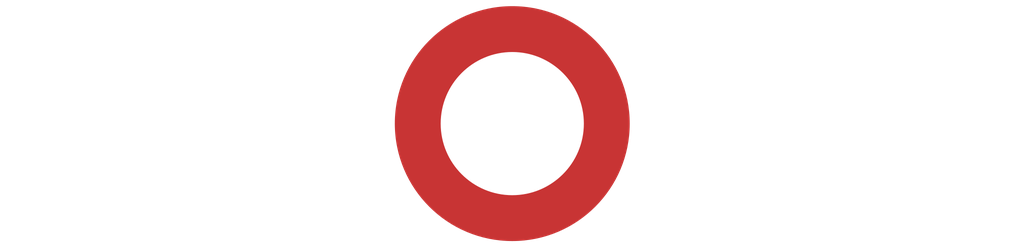
<source format=kicad_pcb>
(kicad_pcb (version 20240108) (generator pcbnew)
  (layers (0 "F.Cu" signal) (31 "B.Cu" signal) (34 "B.Paste" user) (35 "F.Paste" user) (36 "B.SilkS" user "B.Silkscreen") (37 "F.SilkS" user "F.Silkscreen") (38 "B.Mask" user) (39 "F.Mask" user) (44 "Edge.Cuts" user))
  (net 0 "")
  (footprint "MountingHole_6.4mm_M6_ISO7380_Pad_TopOnly" (layer "F.Cu") (at 0 0)
    (property "Reference" "REF**")
    (property "Value" "MountingHole_6.4mm_M6_ISO7380_Pad_TopOnly")
    (pad "1" thru_hole circle (at 0 0) (size 6.8 6.8) (drill 6.4) (layers *.Cu *.Mask) (remove_unused_layers))
    (pad "1" connect circle (at 0 0) (size 10.5 10.5) (layers "F.Cu" "F.Mask"))
  )
)
</source>
